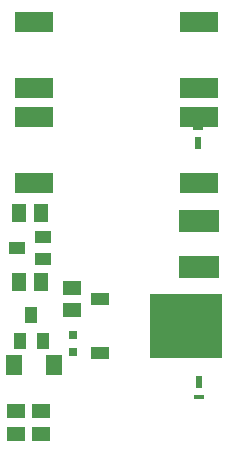
<source format=gbr>
G04 EAGLE Gerber RS-274X export*
G75*
%MOMM*%
%FSLAX34Y34*%
%LPD*%
%INSolderpaste Top*%
%IPPOS*%
%AMOC8*
5,1,8,0,0,1.08239X$1,22.5*%
G01*
%ADD10R,6.200000X5.400000*%
%ADD11R,1.600000X1.000000*%
%ADD12R,1.000000X1.400000*%
%ADD13R,1.400000X1.000000*%
%ADD14R,3.400000X1.900000*%
%ADD15R,3.200000X1.800000*%
%ADD16R,1.300000X1.500000*%
%ADD17R,1.500000X1.300000*%
%ADD18R,0.800000X0.800000*%
%ADD19R,0.508000X1.016000*%
%ADD20R,0.812800X0.406400*%
%ADD21R,1.400000X1.800000*%


D10*
X158810Y270330D03*
D11*
X85810Y293130D03*
X85810Y247530D03*
D12*
X28040Y279872D03*
X37540Y257872D03*
X18540Y257872D03*
D13*
X16028Y336396D03*
X38028Y345896D03*
X38028Y326896D03*
D14*
X170000Y320500D03*
X170000Y359500D03*
D15*
X170000Y391492D03*
X170000Y447492D03*
X170000Y528000D03*
X170000Y472000D03*
X30000Y528000D03*
X30000Y472000D03*
X30000Y391492D03*
X30000Y447492D03*
D16*
X36672Y366068D03*
X17672Y366068D03*
D17*
X15256Y179228D03*
X15256Y198228D03*
X36300Y179228D03*
X36300Y198228D03*
D18*
X63512Y247944D03*
X63512Y262944D03*
D17*
X62460Y283604D03*
X62460Y302604D03*
D19*
X170000Y222540D03*
D20*
X170000Y209840D03*
D19*
X169600Y425184D03*
D20*
X169600Y437884D03*
D16*
X17412Y307612D03*
X36412Y307612D03*
D21*
X47144Y236860D03*
X13144Y236860D03*
M02*

</source>
